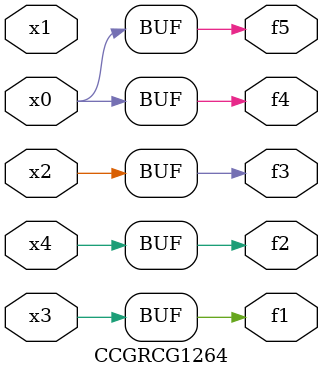
<source format=v>
module CCGRCG1264(
	input x0, x1, x2, x3, x4,
	output f1, f2, f3, f4, f5
);
	assign f1 = x3;
	assign f2 = x4;
	assign f3 = x2;
	assign f4 = x0;
	assign f5 = x0;
endmodule

</source>
